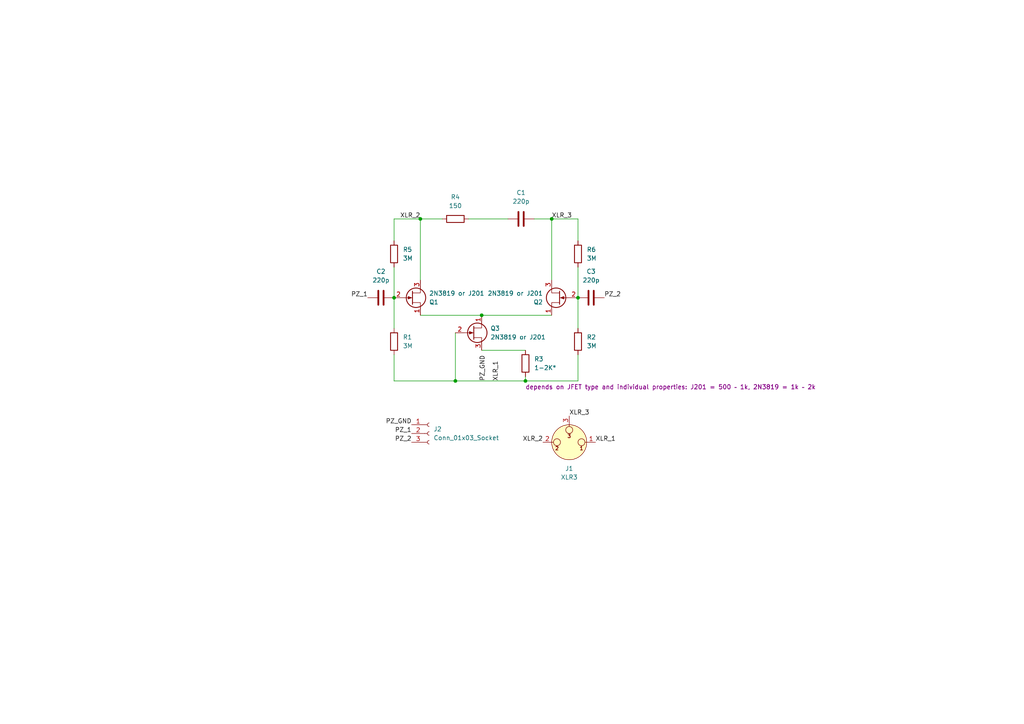
<source format=kicad_sch>
(kicad_sch (version 20250114) (generator "eeschema") (generator_version "9.0")
  (paper "A4")
  (lib_symbols
    (symbol "Connector:Conn_01x03_Socket" (pin_names (offset 1.016) (hide yes))
      (property "Reference" "J" (at 0 5.08 0))
      (property "Value" "Conn_01x03_Socket" (at 0 -5.08 0))
      (symbol "Conn_01x03_Socket_1_1"
        (polyline (pts (xy -1.27 2.54) (xy -0.508 2.54)) (stroke (width 0.1524)))
        (polyline (pts (xy -1.27 0) (xy -0.508 0)) (stroke (width 0.1524)))
        (polyline (pts (xy -1.27 -2.54) (xy -0.508 -2.54)) (stroke (width 0.1524)))
        (arc (start 0 2.032) (mid -0.5058 2.54) (end 0 3.048) (stroke (width 0.1524)))
        (arc (start 0 -0.508) (mid -0.5058 0) (end 0 0.508) (stroke (width 0.1524)))
        (arc (start 0 -3.048) (mid -0.5058 -2.54) (end 0 -2.032) (stroke (width 0.1524)))
        (pin passive line (at -5.08 2.54 0) (length 3.81) (name "Pin_1") (number "1"))
        (pin passive line (at -5.08 0 0) (length 3.81) (name "Pin_2") (number "2"))
        (pin passive line (at -5.08 -2.54 0) (length 3.81) (name "Pin_3") (number "3"))
      )
    )
    (symbol "Connector_Audio:XLR3" (pin_names (hide yes))
      (property "Reference" "J" (at 0 8.89 0))
      (property "Value" "XLR3" (at 0 6.35 0))
      (symbol "XLR3_0_1"
        (polyline (pts (xy -5.08 0) (xy -4.572 0)))
        (circle (center -3.556 0) (radius 1.016))
        (circle (center 0 0) (radius 5.08) (fill (type background)))
        (circle (center 0 -3.556) (radius 1.016))
        (polyline (pts (xy 0 -5.08) (xy 0 -4.572)))
        (circle (center 3.556 0) (radius 1.016))
        (polyline (pts (xy 5.08 0) (xy 4.572 0)))
        (text "1" (at -3.556 1.778 0) (effects (font (size 1.016 1.016) (bold yes))))
        (text "3" (at 0 -1.778 0) (effects (font (size 1.016 1.016) (bold yes))))
        (text "2" (at 3.556 1.778 0) (effects (font (size 1.016 1.016) (bold yes))))
        (pin passive line (at -7.62 0 0) (length 2.54) (name "~") (number "1"))
        (pin passive line (at 0 -7.62 90) (length 2.54) (name "~") (number "3"))
        (pin passive line (at 7.62 0 180) (length 2.54) (name "~") (number "2"))
      )
    )
    (symbol "Device:C" (pin_numbers (hide yes)) (pin_names (offset 0.254))
      (property "Reference" "C" (at 0.635 2.54 0))
      (property "Value" "C" (at 0.635 -2.54 0))
      (symbol "C_0_1"
        (polyline (pts (xy -2.032 0.762) (xy 2.032 0.762)) (stroke (width 0.508)))
        (polyline (pts (xy -2.032 -0.762) (xy 2.032 -0.762)) (stroke (width 0.508)))
      )
      (symbol "C_1_1"
        (pin passive line (at 0 3.81 270) (length 2.794) (name "~") (number "1"))
        (pin passive line (at 0 -3.81 90) (length 2.794) (name "~") (number "2"))
      )
    )
    (symbol "Device:R" (pin_numbers (hide yes)) (pin_names (offset 0))
      (property "Reference" "R" (at 2.032 0 90))
      (property "Value" "R" (at 0 0 90))
      (symbol "R_0_1"
        (rectangle (start -1.016 -2.54) (end 1.016 2.54) (stroke (width 0.254)))
      )
      (symbol "R_1_1"
        (pin passive line (at 0 3.81 270) (length 1.27) (name "~") (number "1"))
        (pin passive line (at 0 -3.81 90) (length 1.27) (name "~") (number "2"))
      )
    )
    (symbol "Transistor_FET:2N3819" (pin_names (hide yes))
      (property "Reference" "Q" (at 5.08 1.905 0))
      (property "Value" "2N3819" (at 5.08 0 0))
      (symbol "2N3819_0_1"
        (polyline (pts (xy 0 0) (xy -1.016 0.381) (xy -1.016 -0.381) (xy 0 0)) (fill (type outline)))
        (polyline (pts (xy 0.254 1.905) (xy 0.254 -1.905)) (stroke (width 0.254)))
        (polyline (pts (xy 0.254 0) (xy -2.54 0)))
        (circle (center 1.27 0) (radius 2.8194) (stroke (width 0.254)))
        (polyline (pts (xy 2.54 2.54) (xy 2.54 1.397) (xy 0.254 1.397)))
        (polyline (pts (xy 2.54 -2.54) (xy 2.54 -1.397) (xy 0.254 -1.397)))
      )
      (symbol "2N3819_1_1"
        (pin input line (at -5.08 0 0) (length 2.54) (name "G") (number "2"))
        (pin passive line (at 2.54 5.08 270) (length 2.54) (name "D") (number "1"))
        (pin passive line (at 2.54 -5.08 90) (length 2.54) (name "S") (number "3"))
      )
    )
  )
  (junction (at 121.92 63.5))
  (junction (at 139.7 91.44))
  (junction (at 160.02 63.5))
  (junction (at 167.64 86.36))
  (junction (at 132.08 110.49))
  (junction (at 152.4 110.49))
  (junction (at 114.3 86.36))
  (wire (pts (xy 160.02 63.5) (xy 167.64 63.5)))
  (wire (pts (xy 121.92 81.28) (xy 121.92 63.5)))
  (wire (pts (xy 139.7 101.6) (xy 152.4 101.6)))
  (wire (pts (xy 154.94 63.5) (xy 160.02 63.5)))
  (wire (pts (xy 114.3 77.47) (xy 114.3 86.36)))
  (wire (pts (xy 167.64 102.87) (xy 167.64 110.49)))
  (wire (pts (xy 135.89 63.5) (xy 147.32 63.5)))
  (wire (pts (xy 114.3 86.36) (xy 114.3 95.25)))
  (wire (pts (xy 160.02 63.5) (xy 160.02 81.28)))
  (wire (pts (xy 114.3 110.49) (xy 132.08 110.49)))
  (wire (pts (xy 114.3 102.87) (xy 114.3 110.49)))
  (wire (pts (xy 132.08 110.49) (xy 152.4 110.49)))
  (wire (pts (xy 121.92 91.44) (xy 139.7 91.44)))
  (wire (pts (xy 152.4 109.22) (xy 152.4 110.49)))
  (wire (pts (xy 167.64 77.47) (xy 167.64 86.36)))
  (wire (pts (xy 167.64 69.85) (xy 167.64 63.5)))
  (wire (pts (xy 132.08 96.52) (xy 132.08 110.49)))
  (wire (pts (xy 114.3 63.5) (xy 121.92 63.5)))
  (wire (pts (xy 167.64 86.36) (xy 167.64 95.25)))
  (wire (pts (xy 114.3 69.85) (xy 114.3 63.5)))
  (wire (pts (xy 139.7 91.44) (xy 160.02 91.44)))
  (wire (pts (xy 167.64 110.49) (xy 152.4 110.49)))
  (wire (pts (xy 121.92 63.5) (xy 128.27 63.5)))
  (label "XLR_2" (at 121.92 63.5 180))
  (label "XLR_1" (at 144.78 110.49 90))
  (label "XLR_2" (at 157.48 128.27 180))
  (label "PZ_GND" (at 140.97 110.49 90))
  (label "XLR_1" (at 172.72 128.27 0))
  (label "XLR_3" (at 165.1 120.65 0))
  (label "PZ_1" (at 106.68 86.36 180))
  (label "PZ_1" (at 119.38 125.73 180))
  (label "PZ_2" (at 175.26 86.36 0))
  (label "PZ_2" (at 119.38 128.27 180))
  (label "XLR_3" (at 160.02 63.5 0))
  (label "PZ_GND" (at 119.38 123.19 180))
  (symbol (lib_id "Device:R") (at 167.64 73.66 0) (unit 1)
    (property "Reference" "R6" (at 170.18 72.3899 0) (effects (justify left)))
    (property "Value" "3M" (at 170.18 74.9299 0) (effects (justify left)))
    (property "Description" "Resistor" (effects (hide yes)))
  )
  (symbol (lib_id "Device:C") (at 110.49 86.36 90) (unit 1)
    (property "Reference" "C2" (at 110.49 78.74 90))
    (property "Value" "220p" (at 110.49 81.28 90))
    (property "Description" "Unpolarized capacitor" (effects (hide yes)))
  )
  (symbol (lib_id "Transistor_FET:2N3819") (at 137.16 96.52 0) (unit 1)
    (property "Reference" "Q3" (at 142.24 95.2499 0) (effects (justify left)))
    (property "Value" "2N3819 or J201" (at 142.24 97.7899 0) (effects (justify left)))
    (property "Footprint" "Package_TO_SOT_THT:TO-92" (effects (hide yes)))
    (property "Datasheet" "https://my.centralsemi.com/datasheets/2N3819.PDF" (effects (hide yes)))
    (property "Description" "20mA Id, 25V Vgs, N-Channel JFET Transistor, TO-92" (effects (hide yes)))
  )
  (symbol (lib_id "Device:R") (at 114.3 73.66 0) (unit 1)
    (property "Reference" "R5" (at 116.84 72.3899 0) (effects (justify left)))
    (property "Value" "3M" (at 116.84 74.9299 0) (effects (justify left)))
    (property "Description" "Resistor" (effects (hide yes)))
  )
  (symbol (lib_id "Device:C") (at 171.45 86.36 90) (unit 1)
    (property "Reference" "C3" (at 171.45 78.74 90))
    (property "Value" "220p" (at 171.45 81.28 90))
    (property "Description" "Unpolarized capacitor" (effects (hide yes)))
  )
  (symbol (lib_id "Device:R") (at 167.64 99.06 0) (unit 1)
    (property "Reference" "R2" (at 170.18 97.7899 0) (effects (justify left)))
    (property "Value" "3M" (at 170.18 100.3299 0) (effects (justify left)))
    (property "Description" "Resistor" (effects (hide yes)))
  )
  (symbol (lib_id "Transistor_FET:2N3819") (at 119.38 86.36 0) (mirror x) (unit 1)
    (property "Reference" "Q1" (at 124.46 87.6301 0) (effects (justify left)))
    (property "Value" "2N3819 or J201" (at 124.46 85.0901 0) (effects (justify left)))
    (property "Footprint" "Package_TO_SOT_THT:TO-92" (effects (hide yes)))
    (property "Datasheet" "https://my.centralsemi.com/datasheets/2N3819.PDF" (effects (hide yes)))
    (property "Description" "20mA Id, 25V Vgs, N-Channel JFET Transistor, TO-92" (effects (hide yes)))
  )
  (symbol (lib_id "Device:R") (at 114.3 99.06 0) (unit 1)
    (property "Reference" "R1" (at 116.84 97.7899 0) (effects (justify left)))
    (property "Value" "3M" (at 116.84 100.3299 0) (effects (justify left)))
    (property "Description" "Resistor" (effects (hide yes)))
  )
  (symbol (lib_id "Connector_Audio:XLR3") (at 165.1 128.27 180) (unit 1)
    (property "Reference" "J1" (at 165.1 135.89 0))
    (property "Value" "XLR3" (at 165.1 138.43 0))
    (property "Description" "XLR Connector, Male or Female, 3 Pins" (effects (hide yes)))
  )
  (symbol (lib_id "Device:R") (at 132.08 63.5 90) (unit 1)
    (property "Reference" "R4" (at 132.08 57.15 90))
    (property "Value" "150" (at 132.08 59.69 90))
    (property "Description" "Resistor" (effects (hide yes)))
  )
  (symbol (lib_id "Device:R") (at 152.4 105.41 0) (mirror y) (unit 1)
    (property "Reference" "R3" (at 154.94 104.1399 0) (effects (justify right)))
    (property "Value" "1-2K*" (at 154.94 106.6799 0) (effects (justify right)))
    (property "Description" "Resistor" (effects (hide yes)))
    (property "Notes" "depends on JFET type and individual properties: J201 = 500 – 1k, 2N3819 = 1k – 2k" (at 152.4 111.506 0) (effects (justify right top)))
  )
  (symbol (lib_id "Device:C") (at 151.13 63.5 90) (unit 1)
    (property "Reference" "C1" (at 151.13 55.88 90))
    (property "Value" "220p" (at 151.13 58.42 90))
    (property "Description" "Unpolarized capacitor" (effects (hide yes)))
  )
  (symbol (lib_id "Transistor_FET:2N3819") (at 162.56 86.36 180) (unit 1)
    (property "Reference" "Q2" (at 157.48 87.6301 0) (effects (justify left)))
    (property "Value" "2N3819 or J201" (at 157.48 85.0901 0) (effects (justify left)))
    (property "Footprint" "Package_TO_SOT_THT:TO-92" (effects (hide yes)))
    (property "Datasheet" "https://my.centralsemi.com/datasheets/2N3819.PDF" (effects (hide yes)))
    (property "Description" "20mA Id, 25V Vgs, N-Channel JFET Transistor, TO-92" (effects (hide yes)))
  )
  (symbol (lib_id "Connector:Conn_01x03_Socket") (at 124.46 125.73 0) (unit 1)
    (property "Reference" "J2" (at 125.73 124.4599 0) (effects (justify left)))
    (property "Value" "Conn_01x03_Socket" (at 125.73 126.9999 0) (effects (justify left)))
    (property "Description" "Generic connector, single row, 01x03, script generated" (effects (hide yes)))
  )
)
</source>
